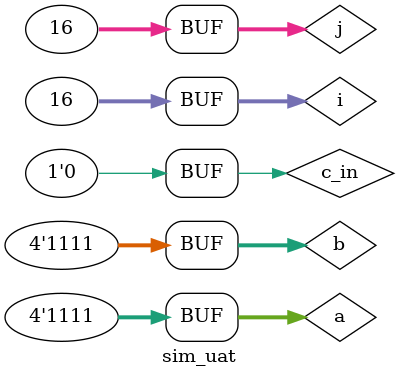
<source format=v>
`timescale 1ns / 1ps


module sim_uat(

    );
    
    reg c_in;
    reg [3:0]a, b;
    wire [3:0]g_in, p_in;
    wire [3:0] sum;
    wire UAT_G, UAT_P;
    wire [3:0]C_UAT;
   
    sum s1(a[0], b[0], c_in,     g_in[0], p_in[0], sum[0]);
    sum s2(a[1], b[1], C_UAT[0], g_in[1], p_in[1], sum[1]);
    sum s3(a[2], b[2], C_UAT[1], g_in[2], p_in[2], sum[2]);
    sum s4(a[3], b[3], C_UAT[2], g_in[3], p_in[3], sum[3]);

    uat UAT1(c_in, g_in, p_in, UAT_G, UAT_P, C_UAT);
    integer i,j;
    
    initial begin
        c_in=0;
        a=0;
        b=0;
        for(i=0;i<16;i=i+1)
        begin
            #10 a=i;
            for(j=i;j<16;j=j+1)
            begin
                #10 b=j;
            end
        end
    end

endmodule

</source>
